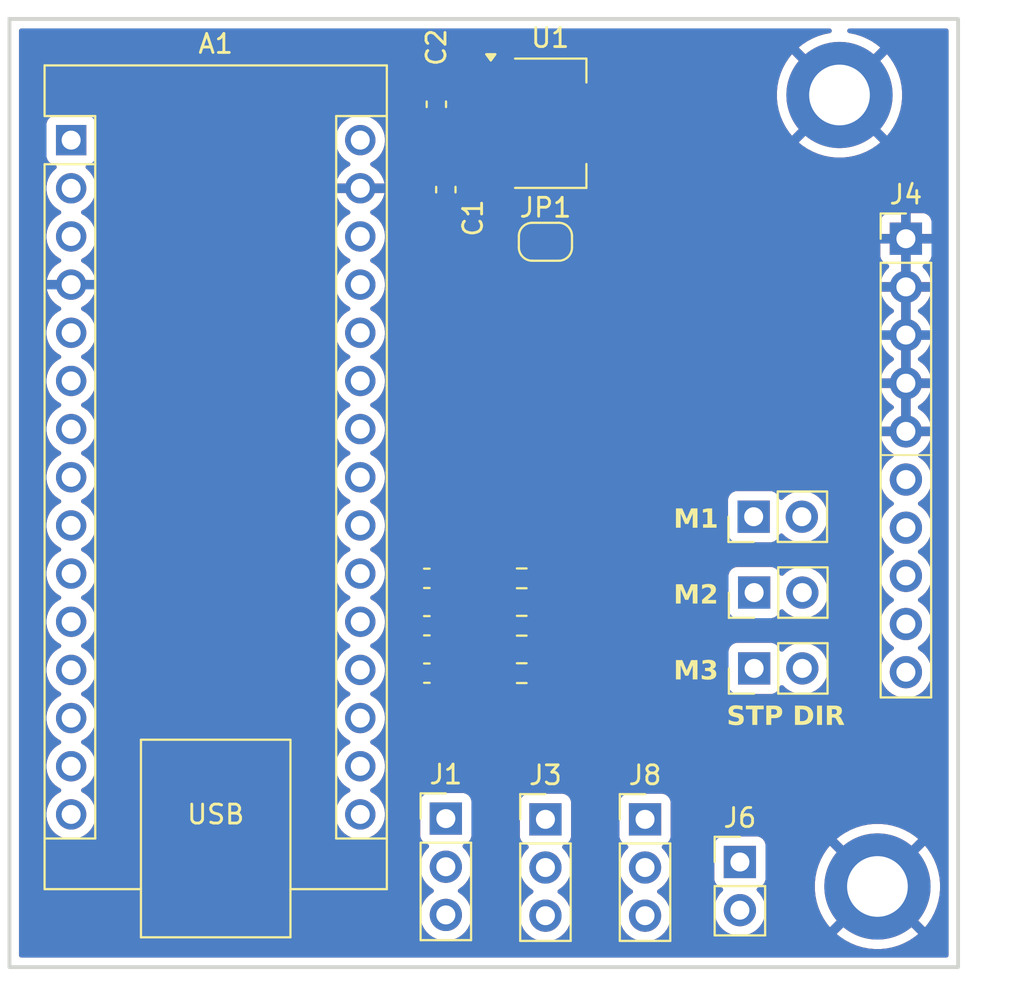
<source format=kicad_pcb>
(kicad_pcb (version 20241229) (generator "pcbnew") (generator_version "9.0")
  (layers (0 "F.Cu" signal) (4 "In1.Cu" signal) (6 "In2.Cu" signal) (8 "In3.Cu" signal) (10 "In4.Cu" signal) (2 "B.Cu" signal) (13 "F.Paste" user) (15 "B.Paste" user) (5 "F.SilkS" user "F.Silkscreen") (7 "B.SilkS" user "B.Silkscreen") (1 "F.Mask" user) (3 "B.Mask" user) (25 "Edge.Cuts" user))
  (net 0 "")
  (net 1 "SCL")
  (net 2 "M1_DIR")
  (net 3 "Net-(A1-A1)")
  (net 5 "VUSB")
  (net 6 "XSHUT_2")
  (net 7 "GPIO_2")
  (net 8 "INT_3")
  (net 9 "SDA")
  (net 10 "M1_STP")
  (net 11 "Net-(A1-3V3)")
  (net 13 "GPIO_3")
  (net 14 "M2_DIR")
  (net 15 "Net-(A1-A2)")
  (net 16 "M3_STP")
  (net 17 "XSHUT_3")
  (net 18 "GND")
  (net 19 "GPIO_1")
  (net 20 "Net-(A1-A0)")
  (net 21 "XSHUT_1")
  (net 25 "M3_DIR")
  (net 26 "INT_1")
  (net 27 "M2_STP")
  (net 28 "INT_2")
  (net 30 "3.3V")
  (net 31 "Net-(D1-K)")
  (net 32 "Net-(D2-K)")
  (net 33 "Net-(D3-K)")
  (footprint "Module:Arduino_Nano" (layer "F.Cu") (at 153.25 56.39)
    (property "Reference" "A1" (at 7.62 -5.08 0) (layer "F.SilkS"))
    (property "Value" "Arduino_Nano_RP2040_Connect")
    (fp_line (start -1.4 -3.94) (end -1.4 -1.27) (stroke (width 0.12)) (layer "F.SilkS"))
    (fp_line (start -1.4 1.27) (end -1.4 39.5) (stroke (width 0.12)) (layer "F.SilkS"))
    (fp_line (start -1.4 39.5) (end 3.68 39.5) (stroke (width 0.12)) (layer "F.SilkS"))
    (fp_line (start 1.27 -1.27) (end -1.4 -1.27) (stroke (width 0.12)) (layer "F.SilkS"))
    (fp_line (start 1.27 1.27) (end -1.4 1.27) (stroke (width 0.12)) (layer "F.SilkS"))
    (fp_line (start 1.27 1.27) (end 1.27 -1.27) (stroke (width 0.12)) (layer "F.SilkS"))
    (fp_line (start 1.27 1.27) (end 1.27 36.83) (stroke (width 0.12)) (layer "F.SilkS"))
    (fp_line (start 1.27 36.83) (end -1.4 36.83) (stroke (width 0.12)) (layer "F.SilkS"))
    (fp_line (start 3.68 31.62) (end 11.56 31.62) (stroke (width 0.12)) (layer "F.SilkS"))
    (fp_line (start 3.68 42.04) (end 3.68 31.62) (stroke (width 0.12)) (layer "F.SilkS"))
    (fp_line (start 11.56 31.62) (end 11.56 42.04) (stroke (width 0.12)) (layer "F.SilkS"))
    (fp_line (start 11.56 42.04) (end 3.68 42.04) (stroke (width 0.12)) (layer "F.SilkS"))
    (fp_line (start 13.97 -1.27) (end 13.97 36.83) (stroke (width 0.12)) (layer "F.SilkS"))
    (fp_line (start 13.97 -1.27) (end 16.64 -1.27) (stroke (width 0.12)) (layer "F.SilkS"))
    (fp_line (start 13.97 36.83) (end 16.64 36.83) (stroke (width 0.12)) (layer "F.SilkS"))
    (fp_line (start 16.64 -3.94) (end -1.4 -3.94) (stroke (width 0.12)) (layer "F.SilkS"))
    (fp_line (start 16.64 39.5) (end 11.56 39.5) (stroke (width 0.12)) (layer "F.SilkS"))
    (fp_line (start 16.64 39.5) (end 16.64 -3.94) (stroke (width 0.12)) (layer "F.SilkS"))
    (fp_text user "USB" (at 7.62 35.56 0) (layer "F.SilkS"))
    (pad "1" thru_hole rect (at 0 0) (size 1.6 1.6) (drill 1) (layers "*.Cu" "*.Mask"))
    (pad "2" thru_hole oval (at 0 2.54) (size 1.6 1.6) (drill 1) (layers "*.Cu" "*.Mask"))
    (pad "3" thru_hole oval (at 0 5.08) (size 1.6 1.6) (drill 1) (layers "*.Cu" "*.Mask"))
    (pad "4" thru_hole oval (at 0 7.62) (size 1.6 1.6) (drill 1) (layers "*.Cu" "*.Mask") (net 18 "GND"))
    (pad "5" thru_hole oval (at 0 10.16) (size 1.6 1.6) (drill 1) (layers "*.Cu" "*.Mask") (net 2 "M1_DIR"))
    (pad "6" thru_hole oval (at 0 12.7) (size 1.6 1.6) (drill 1) (layers "*.Cu" "*.Mask") (net 10 "M1_STP"))
    (pad "7" thru_hole oval (at 0 15.24) (size 1.6 1.6) (drill 1) (layers "*.Cu" "*.Mask") (net 14 "M2_DIR"))
    (pad "8" thru_hole oval (at 0 17.78) (size 1.6 1.6) (drill 1) (layers "*.Cu" "*.Mask") (net 27 "M2_STP"))
    (pad "9" thru_hole oval (at 0 20.32) (size 1.6 1.6) (drill 1) (layers "*.Cu" "*.Mask") (net 25 "M3_DIR"))
    (pad "10" thru_hole oval (at 0 22.86) (size 1.6 1.6) (drill 1) (layers "*.Cu" "*.Mask") (net 16 "M3_STP"))
    (pad "11" thru_hole oval (at 0 25.4) (size 1.6 1.6) (drill 1) (layers "*.Cu" "*.Mask") (net 21 "XSHUT_1"))
    (pad "12" thru_hole oval (at 0 27.94) (size 1.6 1.6) (drill 1) (layers "*.Cu" "*.Mask") (net 6 "XSHUT_2"))
    (pad "13" thru_hole oval (at 0 30.48) (size 1.6 1.6) (drill 1) (layers "*.Cu" "*.Mask") (net 17 "XSHUT_3"))
    (pad "14" thru_hole oval (at 0 33.02) (size 1.6 1.6) (drill 1) (layers "*.Cu" "*.Mask") (net 26 "INT_1"))
    (pad "15" thru_hole oval (at 0 35.56) (size 1.6 1.6) (drill 1) (layers "*.Cu" "*.Mask") (net 28 "INT_2"))
    (pad "16" thru_hole oval (at 15.24 35.56) (size 1.6 1.6) (drill 1) (layers "*.Cu" "*.Mask") (net 8 "INT_3"))
    (pad "17" thru_hole oval (at 15.24 33.02) (size 1.6 1.6) (drill 1) (layers "*.Cu" "*.Mask") (net 11 "Net-(A1-3V3)"))
    (pad "18" thru_hole oval (at 15.24 30.48) (size 1.6 1.6) (drill 1) (layers "*.Cu" "*.Mask"))
    (pad "19" thru_hole oval (at 15.24 27.94) (size 1.6 1.6) (drill 1) (layers "*.Cu" "*.Mask") (net 20 "Net-(A1-A0)"))
    (pad "20" thru_hole oval (at 15.24 25.4) (size 1.6 1.6) (drill 1) (layers "*.Cu" "*.Mask") (net 3 "Net-(A1-A1)"))
    (pad "21" thru_hole oval (at 15.24 22.86) (size 1.6 1.6) (drill 1) (layers "*.Cu" "*.Mask") (net 15 "Net-(A1-A2)"))
    (pad "22" thru_hole oval (at 15.24 20.32) (size 1.6 1.6) (drill 1) (layers "*.Cu" "*.Mask") (net 19 "GPIO_1"))
    (pad "23" thru_hole oval (at 15.24 17.78) (size 1.6 1.6) (drill 1) (layers "*.Cu" "*.Mask") (net 9 "SDA"))
    (pad "24" thru_hole oval (at 15.24 15.24) (size 1.6 1.6) (drill 1) (layers "*.Cu" "*.Mask") (net 1 "SCL"))
    (pad "25" thru_hole oval (at 15.24 12.7) (size 1.6 1.6) (drill 1) (layers "*.Cu" "*.Mask") (net 7 "GPIO_2"))
    (pad "26" thru_hole oval (at 15.24 10.16) (size 1.6 1.6) (drill 1) (layers "*.Cu" "*.Mask") (net 13 "GPIO_3"))
    (pad "27" thru_hole oval (at 15.24 7.62) (size 1.6 1.6) (drill 1) (layers "*.Cu" "*.Mask") (net 5 "VUSB"))
    (pad "28" thru_hole oval (at 15.24 5.08) (size 1.6 1.6) (drill 1) (layers "*.Cu" "*.Mask"))
    (pad "29" thru_hole oval (at 15.24 2.54) (size 1.6 1.6) (drill 1) (layers "*.Cu" "*.Mask") (net 18 "GND"))
    (pad "30" thru_hole oval (at 15.24 0) (size 1.6 1.6) (drill 1) (layers "*.Cu" "*.Mask"))
  )
  (footprint "Capacitor_SMD:C_0603_1608Metric_Pad1.08x0.95mm_HandSolder" (layer "F.Cu") (at 173 59 -90)
    (property "Reference" "C1" (at 1.5 -1.43 90) (layer "F.SilkS"))
    (property "Value" "C")
    (fp_line (start -0.146267 0.51) (end 0.146267 0.51) (stroke (width 0.12)) (layer "F.SilkS"))
    (fp_line (start -0.146267 -0.51) (end 0.146267 -0.51) (stroke (width 0.12)) (layer "F.SilkS"))
    (pad "1" smd roundrect (at -0.8625 0 270) (size 1.075 0.95) (layers "F.Cu" "F.Mask" "F.Paste") (net 5 "VUSB"))
    (pad "2" smd roundrect (at 0.8625 0 270) (size 1.075 0.95) (layers "F.Cu" "F.Mask" "F.Paste") (net 18 "GND"))
  )
  (footprint "Connector_PinHeader_2.54mm:PinHeader_1x02_P2.54mm_Vertical" (layer "F.Cu") (at 189.25 80.25 90)
    (property "Reference" "J5" (hide yes))
    (property "Value" "Conn_01x02_Pin")
    (fp_line (start -1.33 -1.33) (end 0 -1.33) (stroke (width 0.12)) (layer "F.SilkS"))
    (fp_line (start -1.33 0) (end -1.33 -1.33) (stroke (width 0.12)) (layer "F.SilkS"))
    (fp_line (start 1.33 1.27) (end 1.33 3.87) (stroke (width 0.12)) (layer "F.SilkS"))
    (fp_line (start -1.33 1.27) (end 1.33 1.27) (stroke (width 0.12)) (layer "F.SilkS"))
    (fp_line (start -1.33 1.27) (end -1.33 3.87) (stroke (width 0.12)) (layer "F.SilkS"))
    (fp_line (start -1.33 3.87) (end 1.33 3.87) (stroke (width 0.12)) (layer "F.SilkS"))
    (pad "1" thru_hole rect (at 0 0 90) (size 1.7 1.7) (drill 1) (layers "*.Cu" "*.Mask") (net 27 "M2_STP"))
    (pad "2" thru_hole oval (at 0 2.54 90) (size 1.7 1.7) (drill 1) (layers "*.Cu" "*.Mask") (net 14 "M2_DIR"))
  )
  (footprint "Connector_PinHeader_2.54mm:PinHeader_1x03_P2.54mm_Vertical" (layer "F.Cu") (at 178.25 92.21)
    (property "Reference" "J3" (at 0 -2.33 0) (layer "F.SilkS"))
    (property "Value" "Conn_01x03_Pin")
    (fp_line (start -1.33 -1.33) (end 0 -1.33) (stroke (width 0.12)) (layer "F.SilkS"))
    (fp_line (start -1.33 0) (end -1.33 -1.33) (stroke (width 0.12)) (layer "F.SilkS"))
    (fp_line (start -1.33 1.27) (end -1.33 6.41) (stroke (width 0.12)) (layer "F.SilkS"))
    (fp_line (start -1.33 1.27) (end 1.33 1.27) (stroke (width 0.12)) (layer "F.SilkS"))
    (fp_line (start -1.33 6.41) (end 1.33 6.41) (stroke (width 0.12)) (layer "F.SilkS"))
    (fp_line (start 1.33 1.27) (end 1.33 6.41) (stroke (width 0.12)) (layer "F.SilkS"))
    (pad "1" thru_hole rect (at 0 0) (size 1.7 1.7) (drill 1) (layers "*.Cu" "*.Mask") (net 8 "INT_3"))
    (pad "2" thru_hole oval (at 0 2.54) (size 1.7 1.7) (drill 1) (layers "*.Cu" "*.Mask") (net 28 "INT_2"))
    (pad "3" thru_hole oval (at 0 5.08) (size 1.7 1.7) (drill 1) (layers "*.Cu" "*.Mask") (net 26 "INT_1"))
  )
  (footprint "Capacitor_SMD:C_0603_1608Metric_Pad1.08x0.95mm_HandSolder" (layer "F.Cu") (at 172.5 54.5 90)
    (property "Reference" "C2" (at 3 0 90) (layer "F.SilkS"))
    (property "Value" "C")
    (fp_line (start -0.146267 -0.51) (end 0.146267 -0.51) (stroke (width 0.12)) (layer "F.SilkS"))
    (fp_line (start -0.146267 0.51) (end 0.146267 0.51) (stroke (width 0.12)) (layer "F.SilkS"))
    (pad "1" smd roundrect (at -0.8625 0 90) (size 1.075 0.95) (layers "F.Cu" "F.Mask" "F.Paste") (net 30 "3.3V"))
    (pad "2" smd roundrect (at 0.8625 0 90) (size 1.075 0.95) (layers "F.Cu" "F.Mask" "F.Paste") (net 18 "GND"))
  )
  (footprint "Jumper:SolderJumper-2_P1.3mm_Open_RoundedPad1.0x1.5mm" (layer "F.Cu") (at 178.25 61.75)
    (property "Reference" "JP1" (at 0 -1.8 0) (layer "F.SilkS"))
    (property "Value" "SolderJumper_2_Open")
    (fp_line (start -1.4 0.3) (end -1.4 -0.3) (stroke (width 0.12)) (layer "F.SilkS"))
    (fp_line (start -0.7 -1) (end 0.7 -1) (stroke (width 0.12)) (layer "F.SilkS"))
    (fp_line (start 0.7 1) (end -0.7 1) (stroke (width 0.12)) (layer "F.SilkS"))
    (fp_line (start 1.4 -0.3) (end 1.4 0.3) (stroke (width 0.12)) (layer "F.SilkS"))
    (fp_arc (start -1.4 -0.3) (mid -1.194975 -0.794975) (end -0.7 -1) (stroke (width 0.12)) (layer "F.SilkS"))
    (fp_arc (start -0.7 1) (mid -1.194975 0.794975) (end -1.4 0.3) (stroke (width 0.12)) (layer "F.SilkS"))
    (fp_arc (start 0.7 -1) (mid 1.194975 -0.794975) (end 1.4 -0.3) (stroke (width 0.12)) (layer "F.SilkS"))
    (fp_arc (start 1.4 0.3) (mid 1.194975 0.794975) (end 0.7 1) (stroke (width 0.12)) (layer "F.SilkS"))
    (pad "1" smd custom (at -0.65 0) (size 1 0.5) (layers "F.Cu" "F.Mask") (net 11 "Net-(A1-3V3)") (options (clearance outline) (anchor rect)) (primitives (gr_circle (center 0 0.25) (end 0.5 0.25) (width 0) (fill yes)) (gr_circle (center 0 -0.25) (end 0.5 -0.25) (width 0) (fill yes)) (gr_poly (pts (xy 0.5 0.75) (xy 0 0.75) (xy 0 -0.75) (xy 0.5 -0.75)) (width 0) (fill yes))))
    (pad "2" smd custom (at 0.65 0) (size 1 0.5) (layers "F.Cu" "F.Mask") (net 30 "3.3V") (options (clearance outline) (anchor rect)) (primitives (gr_circle (center 0 0.25) (end 0.5 0.25) (width 0) (fill yes)) (gr_circle (center 0 -0.25) (end 0.5 -0.25) (width 0) (fill yes)) (gr_poly (pts (xy 0 0.75) (xy -0.5 0.75) (xy -0.5 -0.75) (xy 0 -0.75)) (width 0) (fill yes))))
  )
  (footprint "Resistor_SMD:R_0603_1608Metric_Pad0.98x0.95mm_HandSolder" (layer "F.Cu") (at 177 82)
    (property "Reference" "R2" (hide yes))
    (property "Value" "R")
    (fp_line (start -0.254724 -0.5225) (end 0.254724 -0.5225) (stroke (width 0.12)) (layer "F.SilkS"))
    (fp_line (start -0.254724 0.5225) (end 0.254724 0.5225) (stroke (width 0.12)) (layer "F.SilkS"))
    (pad "1" smd roundrect (at -0.9125 0) (size 0.975 0.95) (layers "F.Cu" "F.Mask" "F.Paste") (net 32 "Net-(D2-K)"))
    (pad "2" smd roundrect (at 0.9125 0) (size 0.975 0.95) (layers "F.Cu" "F.Mask" "F.Paste") (net 18 "GND"))
  )
  (footprint "Connector_PinHeader_2.54mm:PinHeader_1x03_P2.54mm_Vertical" (layer "F.Cu") (at 183.5 92.21)
    (property "Reference" "J8" (at 0 -2.33 0) (layer "F.SilkS"))
    (property "Value" "Conn_01x03_Pin")
    (fp_line (start -1.33 -1.33) (end 0 -1.33) (stroke (width 0.12)) (layer "F.SilkS"))
    (fp_line (start -1.33 0) (end -1.33 -1.33) (stroke (width 0.12)) (layer "F.SilkS"))
    (fp_line (start -1.33 1.27) (end -1.33 6.41) (stroke (width 0.12)) (layer "F.SilkS"))
    (fp_line (start -1.33 1.27) (end 1.33 1.27) (stroke (width 0.12)) (layer "F.SilkS"))
    (fp_line (start -1.33 6.41) (end 1.33 6.41) (stroke (width 0.12)) (layer "F.SilkS"))
    (fp_line (start 1.33 1.27) (end 1.33 6.41) (stroke (width 0.12)) (layer "F.SilkS"))
    (pad "1" thru_hole rect (at 0 0) (size 1.7 1.7) (drill 1) (layers "*.Cu" "*.Mask") (net 13 "GPIO_3"))
    (pad "2" thru_hole oval (at 0 2.54) (size 1.7 1.7) (drill 1) (layers "*.Cu" "*.Mask") (net 7 "GPIO_2"))
    (pad "3" thru_hole oval (at 0 5.08) (size 1.7 1.7) (drill 1) (layers "*.Cu" "*.Mask") (net 19 "GPIO_1"))
  )
  (footprint "Connector_PinHeader_2.54mm:PinHeader_1x03_P2.54mm_Vertical" (layer "F.Cu") (at 173 92.17)
    (property "Reference" "J1" (at 0 -2.33 0) (layer "F.SilkS"))
    (property "Value" "Conn_01x03_Pin")
    (fp_line (start -1.33 -1.33) (end 0 -1.33) (stroke (width 0.12)) (layer "F.SilkS"))
    (fp_line (start -1.33 0) (end -1.33 -1.33) (stroke (width 0.12)) (layer "F.SilkS"))
    (fp_line (start -1.33 1.27) (end -1.33 6.41) (stroke (width 0.12)) (layer "F.SilkS"))
    (fp_line (start -1.33 1.27) (end 1.33 1.27) (stroke (width 0.12)) (layer "F.SilkS"))
    (fp_line (start -1.33 6.41) (end 1.33 6.41) (stroke (width 0.12)) (layer "F.SilkS"))
    (fp_line (start 1.33 1.27) (end 1.33 6.41) (stroke (width 0.12)) (layer "F.SilkS"))
    (pad "1" thru_hole rect (at 0 0) (size 1.7 1.7) (drill 1) (layers "*.Cu" "*.Mask") (net 17 "XSHUT_3"))
    (pad "2" thru_hole oval (at 0 2.54) (size 1.7 1.7) (drill 1) (layers "*.Cu" "*.Mask") (net 6 "XSHUT_2"))
    (pad "3" thru_hole oval (at 0 5.08) (size 1.7 1.7) (drill 1) (layers "*.Cu" "*.Mask") (net 21 "XSHUT_1"))
  )
  (footprint "Connector_PinHeader_2.54mm:PinHeader_1x02_P2.54mm_Vertical" (layer "F.Cu") (at 188.5 94.46)
    (property "Reference" "J6" (at 0 -2.33 0) (layer "F.SilkS"))
    (property "Value" "Conn_01x02_Pin")
    (fp_line (start -1.33 -1.33) (end 0 -1.33) (stroke (width 0.12)) (layer "F.SilkS"))
    (fp_line (start -1.33 0) (end -1.33 -1.33) (stroke (width 0.12)) (layer "F.SilkS"))
    (fp_line (start -1.33 1.27) (end -1.33 3.87) (stroke (width 0.12)) (layer "F.SilkS"))
    (fp_line (start -1.33 1.27) (end 1.33 1.27) (stroke (width 0.12)) (layer "F.SilkS"))
    (fp_line (start -1.33 3.87) (end 1.33 3.87) (stroke (width 0.12)) (layer "F.SilkS"))
    (fp_line (start 1.33 1.27) (end 1.33 3.87) (stroke (width 0.12)) (layer "F.SilkS"))
    (pad "1" thru_hole rect (at 0 0) (size 1.7 1.7) (drill 1) (layers "*.Cu" "*.Mask") (net 1 "SCL"))
    (pad "2" thru_hole oval (at 0 2.54) (size 1.7 1.7) (drill 1) (layers "*.Cu" "*.Mask") (net 9 "SDA"))
  )
  (footprint "LOGO" (layer "F.Cu") (at 182 70)
    (property "Reference" "G***" (hide yes))
    (property "Value" "LOGO" (hide yes))
  )
  (footprint "Resistor_SMD:R_0603_1608Metric_Pad0.98x0.95mm_HandSolder" (layer "F.Cu") (at 177 79.5)
    (property "Reference" "R3" (hide yes))
    (property "Value" "R")
    (fp_line (start -0.254724 -0.5225) (end 0.254724 -0.5225) (stroke (width 0.12)) (layer "F.SilkS"))
    (fp_line (start -0.254724 0.5225) (end 0.254724 0.5225) (stroke (width 0.12)) (layer "F.SilkS"))
    (pad "1" smd roundrect (at -0.9125 0) (size 0.975 0.95) (layers "F.Cu" "F.Mask" "F.Paste") (net 33 "Net-(D3-K)"))
    (pad "2" smd roundrect (at 0.9125 0) (size 0.975 0.95) (layers "F.Cu" "F.Mask" "F.Paste") (net 18 "GND"))
  )
  (footprint "Capacitor_SMD:C_0603_1608Metric_Pad1.08x0.95mm_HandSolder" (layer "F.Cu") (at 172 84.5 180)
    (property "Reference" "D1" (hide yes))
    (property "Value" "LED")
    (fp_line (start -0.146267 0.51) (end 0.146267 0.51) (stroke (width 0.12)) (layer "F.SilkS"))
    (fp_line (start -0.146267 -0.51) (end 0.146267 -0.51) (stroke (width 0.12)) (layer "F.SilkS"))
    (pad "1" smd roundrect (at -0.8625 0 180) (size 1.075 0.95) (layers "F.Cu" "F.Mask" "F.Paste") (net 31 "Net-(D1-K)"))
    (pad "2" smd roundrect (at 0.8625 0 180) (size 1.075 0.95) (layers "F.Cu" "F.Mask" "F.Paste") (net 20 "Net-(A1-A0)"))
  )
  (footprint "Package_TO_SOT_SMD:SOT-223-3_TabPin2" (layer "F.Cu") (at 178.5 55.5)
    (property "Reference" "U1" (at 0 -4.5 0) (layer "F.SilkS"))
    (property "Value" "NCP1117-3.3_SOT223")
    (fp_line (start -1.85 -3.41) (end 1.91 -3.41) (stroke (width 0.12)) (layer "F.SilkS"))
    (fp_line (start -1.85 3.41) (end 1.91 3.41) (stroke (width 0.12)) (layer "F.SilkS"))
    (fp_line (start 1.91 -3.41) (end 1.91 -2.15) (stroke (width 0.12)) (layer "F.SilkS"))
    (fp_line (start 1.91 3.41) (end 1.91 2.15) (stroke (width 0.12)) (layer "F.SilkS"))
    (fp_poly (pts (xy -3.13 -3.31) (xy -3.37 -3.64) (xy -2.89 -3.64) (xy -3.13 -3.31)) (stroke (width 0.12)) (fill yes) (layer "F.SilkS"))
    (pad "1" smd roundrect (at -3.15 -2.3) (size 2 1.5) (layers "F.Cu" "F.Mask" "F.Paste") (net 18 "GND"))
    (pad "2" smd roundrect (at -3.15 0) (size 2 1.5) (layers "F.Cu" "F.Mask" "F.Paste") (net 30 "3.3V"))
    (pad "2" smd roundrect (at 3.15 0) (size 2 3.8) (layers "F.Cu" "F.Mask" "F.Paste") (net 30 "3.3V"))
    (pad "3" smd roundrect (at -3.15 2.3) (size 2 1.5) (layers "F.Cu" "F.Mask" "F.Paste") (net 5 "VUSB"))
  )
  (footprint "Resistor_SMD:R_0603_1608Metric_Pad0.98x0.95mm_HandSolder" (layer "F.Cu") (at 177 84.5)
    (property "Reference" "R1" (hide yes))
    (property "Value" "R")
    (fp_line (start -0.254724 -0.5225) (end 0.254724 -0.5225) (stroke (width 0.12)) (layer "F.SilkS"))
    (fp_line (start -0.254724 0.5225) (end 0.254724 0.5225) (stroke (width 0.12)) (layer "F.SilkS"))
    (pad "1" smd roundrect (at -0.9125 0) (size 0.975 0.95) (layers "F.Cu" "F.Mask" "F.Paste") (net 31 "Net-(D1-K)"))
    (pad "2" smd roundrect (at 0.9125 0) (size 0.975 0.95) (layers "F.Cu" "F.Mask" "F.Paste") (net 18 "GND"))
  )
  (footprint "Connector_PinHeader_2.54mm:PinHeader_1x10_P2.54mm_Vertical" (layer "F.Cu") (at 197.25 61.59)
    (property "Reference" "J4" (at 0 -2.33 0) (layer "F.SilkS"))
    (property "Value" "Conn_01x10_Pin")
    (fp_line (start -1.33 -1.33) (end 0 -1.33) (stroke (width 0.12)) (layer "F.SilkS"))
    (fp_line (start -1.33 0) (end -1.33 -1.33) (stroke (width 0.12)) (layer "F.SilkS"))
    (fp_line (start -1.33 1.27) (end -1.33 24.19) (stroke (width 0.12)) (layer "F.SilkS"))
    (fp_line (start -1.33 1.27) (end 1.33 1.27) (stroke (width 0.12)) (layer "F.SilkS"))
    (fp_line (start -1.33 24.19) (end 1.33 24.19) (stroke (width 0.12)) (layer "F.SilkS"))
    (fp_line (start 1.33 1.27) (end 1.33 24.19) (stroke (width 0.12)) (layer "F.SilkS"))
    (pad "1" thru_hole rect (at 0 0) (size 1.7 1.7) (drill 1) (layers "*.Cu" "*.Mask") (net 18 "GND"))
    (pad "2" thru_hole oval (at 0 2.54) (size 1.7 1.7) (drill 1) (layers "*.Cu" "*.Mask") (net 18 "GND"))
    (pad "3" thru_hole oval (at 0 5.08) (size 1.7 1.7) (drill 1) (layers "*.Cu" "*.Mask") (net 18 "GND"))
    (pad "4" thru_hole oval (at 0 7.62) (size 1.7 1.7) (drill 1) (layers "*.Cu" "*.Mask") (net 18 "GND"))
    (pad "5" thru_hole oval (at 0 10.16) (size 1.7 1.7) (drill 1) (layers "*.Cu" "*.Mask") (net 18 "GND"))
    (pad "6" thru_hole oval (at 0 12.7) (size 1.7 1.7) (drill 1) (layers "*.Cu" "*.Mask") (net 30 "3.3V"))
    (pad "7" thru_hole oval (at 0 15.24) (size 1.7 1.7) (drill 1) (layers "*.Cu" "*.Mask") (net 30 "3.3V"))
    (pad "8" thru_hole oval (at 0 17.78) (size 1.7 1.7) (drill 1) (layers "*.Cu" "*.Mask") (net 30 "3.3V"))
    (pad "9" thru_hole oval (at 0 20.32) (size 1.7 1.7) (drill 1) (layers "*.Cu" "*.Mask") (net 30 "3.3V"))
    (pad "10" thru_hole oval (at 0 22.86) (size 1.7 1.7) (drill 1) (layers "*.Cu" "*.Mask") (net 30 "3.3V"))
  )
  (footprint "MountingHole:MountingHole_3.2mm_M3_DIN965_Pad" (layer "F.Cu") (at 193.75 54.01)
    (property "Reference" "H2" (hide yes))
    (property "Value" "MountingHole_Pad")
    (pad "1" thru_hole circle (at 0 0) (size 5.6 5.6) (drill 3.2) (layers "*.Cu" "*.Mask") (net 18 "GND"))
  )
  (footprint "Connector_PinHeader_2.54mm:PinHeader_1x02_P2.54mm_Vertical" (layer "F.Cu") (at 189.225 76.25 90)
    (property "Reference" "J2" (hide yes))
    (property "Value" "Conn_01x02_Pin")
    (fp_line (start -1.33 -1.33) (end 0 -1.33) (stroke (width 0.12)) (layer "F.SilkS"))
    (fp_line (start -1.33 0) (end -1.33 -1.33) (stroke (width 0.12)) (layer "F.SilkS"))
    (fp_line (start 1.33 1.27) (end 1.33 3.87) (stroke (width 0.12)) (layer "F.SilkS"))
    (fp_line (start -1.33 1.27) (end 1.33 1.27) (stroke (width 0.12)) (layer "F.SilkS"))
    (fp_line (start -1.33 1.27) (end -1.33 3.87) (stroke (width 0.12)) (layer "F.SilkS"))
    (fp_line (start -1.33 3.87) (end 1.33 3.87) (stroke (width 0.12)) (layer "F.SilkS"))
    (pad "1" thru_hole rect (at 0 0 90) (size 1.7 1.7) (drill 1) (layers "*.Cu" "*.Mask") (net 10 "M1_STP"))
    (pad "2" thru_hole oval (at 0 2.54 90) (size 1.7 1.7) (drill 1) (layers "*.Cu" "*.Mask") (net 2 "M1_DIR"))
  )
  (footprint "Capacitor_SMD:C_0603_1608Metric_Pad1.08x0.95mm_HandSolder" (layer "F.Cu") (at 172 79.5 180)
    (property "Reference" "D3" (hide yes))
    (property "Value" "LED")
    (fp_line (start -0.146267 0.51) (end 0.146267 0.51) (stroke (width 0.12)) (layer "F.SilkS"))
    (fp_line (start -0.146267 -0.51) (end 0.146267 -0.51) (stroke (width 0.12)) (layer "F.SilkS"))
    (pad "1" smd roundrect (at -0.8625 0 180) (size 1.075 0.95) (layers "F.Cu" "F.Mask" "F.Paste") (net 33 "Net-(D3-K)"))
    (pad "2" smd roundrect (at 0.8625 0 180) (size 1.075 0.95) (layers "F.Cu" "F.Mask" "F.Paste") (net 15 "Net-(A1-A2)"))
  )
  (footprint "Capacitor_SMD:C_0603_1608Metric_Pad1.08x0.95mm_HandSolder" (layer "F.Cu") (at 172 82 180)
    (property "Reference" "D2" (hide yes))
    (property "Value" "LED")
    (fp_line (start -0.146267 0.51) (end 0.146267 0.51) (stroke (width 0.12)) (layer "F.SilkS"))
    (fp_line (start -0.146267 -0.51) (end 0.146267 -0.51) (stroke (width 0.12)) (layer "F.SilkS"))
    (pad "1" smd roundrect (at -0.8625 0 180) (size 1.075 0.95) (layers "F.Cu" "F.Mask" "F.Paste") (net 32 "Net-(D2-K)"))
    (pad "2" smd roundrect (at 0.8625 0 180) (size 1.075 0.95) (layers "F.Cu" "F.Mask" "F.Paste") (net 3 "Net-(A1-A1)"))
  )
  (footprint "Connector_PinHeader_2.54mm:PinHeader_1x02_P2.54mm_Vertical" (layer "F.Cu") (at 189.25 84.25 90)
    (property "Reference" "J7" (hide yes))
    (property "Value" "Conn_01x02_Pin")
    (fp_line (start -1.33 -1.33) (end 0 -1.33) (stroke (width 0.12)) (layer "F.SilkS"))
    (fp_line (start -1.33 0) (end -1.33 -1.33) (stroke (width 0.12)) (layer "F.SilkS"))
    (fp_line (start 1.33 1.27) (end 1.33 3.87) (stroke (width 0.12)) (layer "F.SilkS"))
    (fp_line (start -1.33 1.27) (end 1.33 1.27) (stroke (width 0.12)) (layer "F.SilkS"))
    (fp_line (start -1.33 1.27) (end -1.33 3.87) (stroke (width 0.12)) (layer "F.SilkS"))
    (fp_line (start -1.33 3.87) (end 1.33 3.87) (stroke (width 0.12)) (layer "F.SilkS"))
    (pad "1" thru_hole rect (at 0 0 90) (size 1.7 1.7) (drill 1) (layers "*.Cu" "*.Mask") (net 16 "M3_STP"))
    (pad "2" thru_hole oval (at 0 2.54 90) (size 1.7 1.7) (drill 1) (layers "*.Cu" "*.Mask") (net 25 "M3_DIR"))
  )
  (footprint "MountingHole:MountingHole_3.2mm_M3_DIN965_Pad" (layer "F.Cu") (at 195.75 95.75)
    (property "Reference" "H1" (hide yes))
    (property "Value" "MountingHole_Pad")
    (pad "1" thru_hole circle (at 0 0) (size 5.6 5.6) (drill 3.2) (layers "*.Cu" "*.Mask") (net 18 "GND"))
  )
  (gr_line (start 198.6 73) (end 196 73) (stroke (width 0.1)) (layer "F.SilkS"))
  (gr_rect (start 150 50) (end 200 100) (stroke (width 0.2)) (fill no) (layer "Edge.Cuts"))
  (gr_text "M1" (at 185 77 0) (layer "F.SilkS") (effects (font (size 1 1) (thickness 0.25) (bold yes)) (justify left bottom)))
  (gr_text "M3" (at 185 85 0) (layer "F.SilkS") (effects (font (size 1 1) (thickness 0.25) (bold yes)) (justify left bottom)))
  (gr_text "M2" (at 185 81 0) (layer "F.SilkS") (effects (font (size 1 1) (thickness 0.25) (bold yes)) (justify left bottom)))
  (gr_text "STP DIR" (at 187.8 87.4 0) (layer "F.SilkS") (effects (font (size 1 1) (thickness 0.25) (bold yes)) (justify left bottom)))
  (zone (net 18) (net_name "GND") (layers "F.Cu" "B.Cu") (connect_pads (clearance 0.5)) (min_thickness 0.25) (fill yes (thermal_gap 0.5) (thermal_bridge_width 0.5))
    (polygon (pts (xy 201 49) (xy 200.5 101) (xy 149.5 101) (xy 149.5 49.5)))
  )
)
</source>
